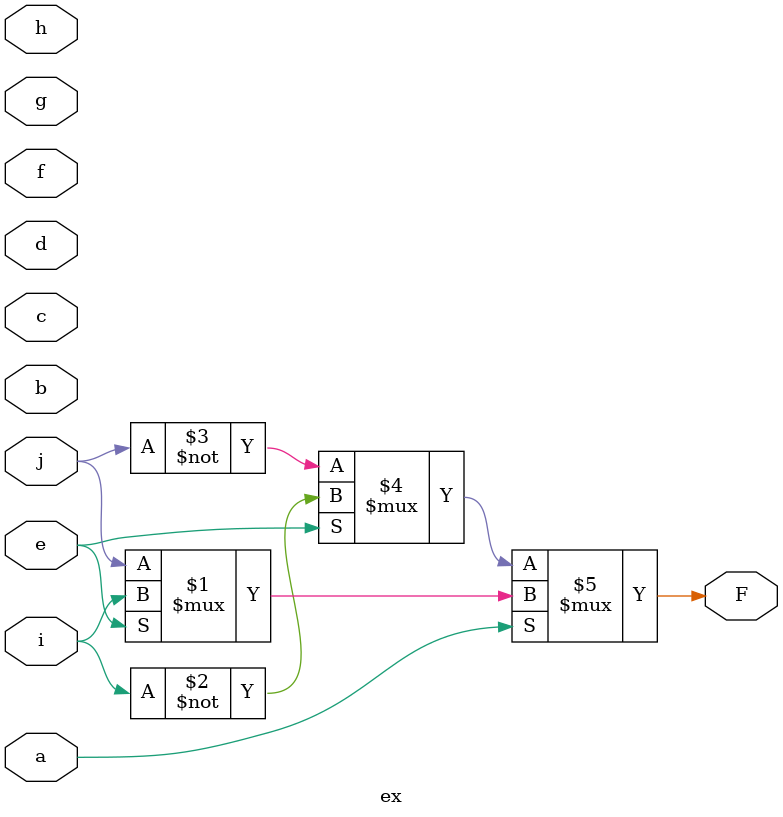
<source format=v>

module ex ( 
    a, b, c, d, e, f, g, h, i, j,
    F  );
  input  a, b, c, d, e, f, g, h, i, j;
  output F;
  assign F = a ? (e ? i : j) : (e ? ~i : ~j);
endmodule



</source>
